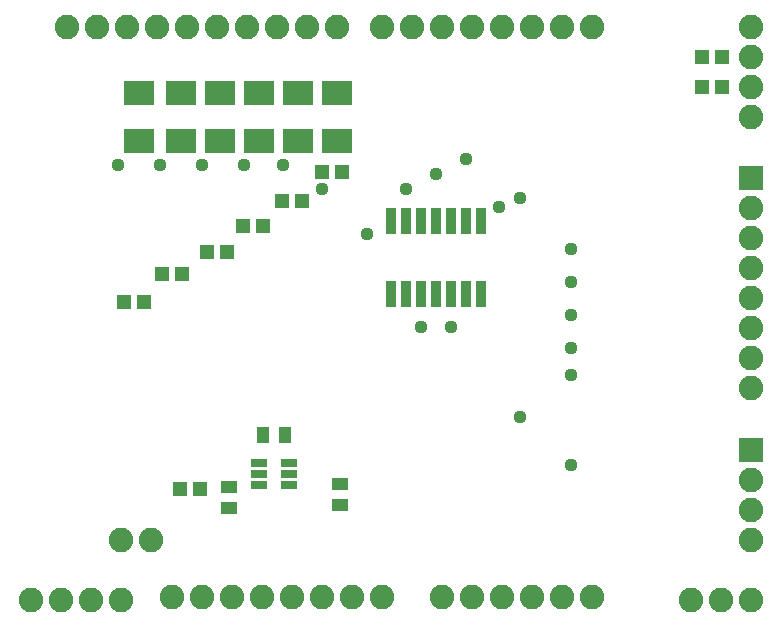
<source format=gts>
G75*
%MOIN*%
%OFA0B0*%
%FSLAX24Y24*%
%IPPOS*%
%LPD*%
%AMOC8*
5,1,8,0,0,1.08239X$1,22.5*
%
%ADD10R,0.0340X0.0880*%
%ADD11R,0.1025X0.0789*%
%ADD12R,0.0513X0.0474*%
%ADD13C,0.0820*%
%ADD14R,0.0552X0.0297*%
%ADD15R,0.0395X0.0552*%
%ADD16R,0.0552X0.0395*%
%ADD17R,0.0820X0.0820*%
%ADD18C,0.0437*%
D10*
X021052Y012440D03*
X021552Y012440D03*
X022052Y012440D03*
X022552Y012440D03*
X023052Y012440D03*
X023552Y012440D03*
X024052Y012440D03*
X024052Y014860D03*
X023552Y014860D03*
X023052Y014860D03*
X022552Y014860D03*
X022052Y014860D03*
X021552Y014860D03*
X021052Y014860D03*
D11*
X019252Y017553D03*
X017952Y017553D03*
X016652Y017553D03*
X015352Y017553D03*
X014052Y017553D03*
X012652Y017553D03*
X012652Y019147D03*
X014052Y019147D03*
X015352Y019147D03*
X016652Y019147D03*
X017952Y019147D03*
X019252Y019147D03*
D12*
X019437Y016500D03*
X018768Y016500D03*
X018087Y015550D03*
X017418Y015550D03*
X016787Y014700D03*
X016118Y014700D03*
X015587Y013850D03*
X014918Y013850D03*
X014087Y013100D03*
X013418Y013100D03*
X012812Y012175D03*
X012143Y012175D03*
X014018Y005950D03*
X014687Y005950D03*
X031418Y019350D03*
X032087Y019350D03*
X032087Y020350D03*
X031418Y020350D03*
D13*
X009052Y002250D03*
X010052Y002250D03*
X011052Y002250D03*
X012052Y002250D03*
X013752Y002350D03*
X014752Y002350D03*
X015752Y002350D03*
X016752Y002350D03*
X017752Y002350D03*
X018752Y002350D03*
X019752Y002350D03*
X020752Y002350D03*
X022752Y002350D03*
X023752Y002350D03*
X024752Y002350D03*
X025752Y002350D03*
X026752Y002350D03*
X027752Y002350D03*
X031052Y002250D03*
X032052Y002250D03*
X033052Y002250D03*
X033052Y004250D03*
X033052Y005250D03*
X033052Y006250D03*
X033052Y009300D03*
X033052Y010300D03*
X033052Y011300D03*
X033052Y012300D03*
X033052Y013300D03*
X033052Y014300D03*
X033052Y015300D03*
X033052Y018350D03*
X033052Y019350D03*
X033052Y020350D03*
X033052Y021350D03*
X027752Y021350D03*
X026752Y021350D03*
X025752Y021350D03*
X024752Y021350D03*
X023752Y021350D03*
X022752Y021350D03*
X021752Y021350D03*
X020752Y021350D03*
X019252Y021350D03*
X018252Y021350D03*
X017252Y021350D03*
X016252Y021350D03*
X015252Y021350D03*
X014252Y021350D03*
X013252Y021350D03*
X012252Y021350D03*
X011252Y021350D03*
X010252Y021350D03*
X012052Y004250D03*
X013052Y004250D03*
D14*
X016641Y006076D03*
X016641Y006450D03*
X016641Y006824D03*
X017664Y006824D03*
X017664Y006450D03*
X017664Y006076D03*
D15*
X017507Y007750D03*
X016798Y007750D03*
D16*
X015652Y006004D03*
X015652Y005296D03*
X019352Y005396D03*
X019352Y006104D03*
D17*
X033052Y007250D03*
X033052Y016300D03*
D18*
X027052Y013950D03*
X027052Y012850D03*
X027052Y011750D03*
X027052Y010650D03*
X027052Y009750D03*
X025352Y008350D03*
X027052Y006750D03*
X023052Y011350D03*
X022052Y011350D03*
X020252Y014450D03*
X021552Y015950D03*
X022552Y016450D03*
X023552Y016950D03*
X025352Y015650D03*
X024652Y015350D03*
X018752Y015950D03*
X017452Y016750D03*
X016152Y016750D03*
X014752Y016750D03*
X013352Y016750D03*
X011952Y016750D03*
M02*

</source>
